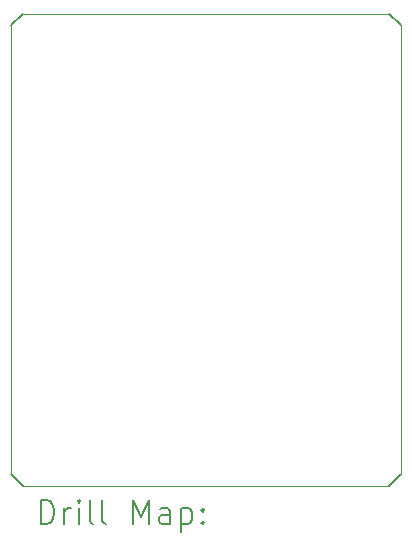
<source format=gbr>
%TF.GenerationSoftware,KiCad,Pcbnew,8.0.0*%
%TF.CreationDate,2024-05-28T16:54:52+09:00*%
%TF.ProjectId,TINY202_PROG.kicad_240516_single2_pcb,54494e59-3230-4325-9f50-524f472e6b69,rev?*%
%TF.SameCoordinates,Original*%
%TF.FileFunction,Drillmap*%
%TF.FilePolarity,Positive*%
%FSLAX45Y45*%
G04 Gerber Fmt 4.5, Leading zero omitted, Abs format (unit mm)*
G04 Created by KiCad (PCBNEW 8.0.0) date 2024-05-28 16:54:52*
%MOMM*%
%LPD*%
G01*
G04 APERTURE LIST*
%ADD10C,0.200000*%
%ADD11C,0.050000*%
G04 APERTURE END LIST*
D10*
X13200000Y-10000000D02*
X13300000Y-10100000D01*
X10000000Y-13900000D02*
X10100000Y-14000000D01*
D11*
X10100000Y-14000000D02*
X13200000Y-14000000D01*
X13300000Y-10100000D02*
X13300000Y-13900000D01*
X10100000Y-10000000D02*
X13200000Y-10000000D01*
D10*
X10000000Y-10100000D02*
X10100000Y-10000000D01*
D11*
X10000000Y-10100000D02*
X10000000Y-13900000D01*
D10*
X13300000Y-13900000D02*
X13200000Y-14000000D01*
X10250777Y-14321484D02*
X10250777Y-14121484D01*
X10250777Y-14121484D02*
X10298396Y-14121484D01*
X10298396Y-14121484D02*
X10326967Y-14131008D01*
X10326967Y-14131008D02*
X10346015Y-14150055D01*
X10346015Y-14150055D02*
X10355539Y-14169103D01*
X10355539Y-14169103D02*
X10365063Y-14207198D01*
X10365063Y-14207198D02*
X10365063Y-14235769D01*
X10365063Y-14235769D02*
X10355539Y-14273865D01*
X10355539Y-14273865D02*
X10346015Y-14292912D01*
X10346015Y-14292912D02*
X10326967Y-14311960D01*
X10326967Y-14311960D02*
X10298396Y-14321484D01*
X10298396Y-14321484D02*
X10250777Y-14321484D01*
X10450777Y-14321484D02*
X10450777Y-14188150D01*
X10450777Y-14226246D02*
X10460301Y-14207198D01*
X10460301Y-14207198D02*
X10469824Y-14197674D01*
X10469824Y-14197674D02*
X10488872Y-14188150D01*
X10488872Y-14188150D02*
X10507920Y-14188150D01*
X10574586Y-14321484D02*
X10574586Y-14188150D01*
X10574586Y-14121484D02*
X10565063Y-14131008D01*
X10565063Y-14131008D02*
X10574586Y-14140531D01*
X10574586Y-14140531D02*
X10584110Y-14131008D01*
X10584110Y-14131008D02*
X10574586Y-14121484D01*
X10574586Y-14121484D02*
X10574586Y-14140531D01*
X10698396Y-14321484D02*
X10679348Y-14311960D01*
X10679348Y-14311960D02*
X10669824Y-14292912D01*
X10669824Y-14292912D02*
X10669824Y-14121484D01*
X10803158Y-14321484D02*
X10784110Y-14311960D01*
X10784110Y-14311960D02*
X10774586Y-14292912D01*
X10774586Y-14292912D02*
X10774586Y-14121484D01*
X11031729Y-14321484D02*
X11031729Y-14121484D01*
X11031729Y-14121484D02*
X11098396Y-14264341D01*
X11098396Y-14264341D02*
X11165063Y-14121484D01*
X11165063Y-14121484D02*
X11165063Y-14321484D01*
X11346015Y-14321484D02*
X11346015Y-14216722D01*
X11346015Y-14216722D02*
X11336491Y-14197674D01*
X11336491Y-14197674D02*
X11317443Y-14188150D01*
X11317443Y-14188150D02*
X11279348Y-14188150D01*
X11279348Y-14188150D02*
X11260301Y-14197674D01*
X11346015Y-14311960D02*
X11326967Y-14321484D01*
X11326967Y-14321484D02*
X11279348Y-14321484D01*
X11279348Y-14321484D02*
X11260301Y-14311960D01*
X11260301Y-14311960D02*
X11250777Y-14292912D01*
X11250777Y-14292912D02*
X11250777Y-14273865D01*
X11250777Y-14273865D02*
X11260301Y-14254817D01*
X11260301Y-14254817D02*
X11279348Y-14245293D01*
X11279348Y-14245293D02*
X11326967Y-14245293D01*
X11326967Y-14245293D02*
X11346015Y-14235769D01*
X11441253Y-14188150D02*
X11441253Y-14388150D01*
X11441253Y-14197674D02*
X11460301Y-14188150D01*
X11460301Y-14188150D02*
X11498396Y-14188150D01*
X11498396Y-14188150D02*
X11517443Y-14197674D01*
X11517443Y-14197674D02*
X11526967Y-14207198D01*
X11526967Y-14207198D02*
X11536491Y-14226246D01*
X11536491Y-14226246D02*
X11536491Y-14283388D01*
X11536491Y-14283388D02*
X11526967Y-14302436D01*
X11526967Y-14302436D02*
X11517443Y-14311960D01*
X11517443Y-14311960D02*
X11498396Y-14321484D01*
X11498396Y-14321484D02*
X11460301Y-14321484D01*
X11460301Y-14321484D02*
X11441253Y-14311960D01*
X11622205Y-14302436D02*
X11631729Y-14311960D01*
X11631729Y-14311960D02*
X11622205Y-14321484D01*
X11622205Y-14321484D02*
X11612682Y-14311960D01*
X11612682Y-14311960D02*
X11622205Y-14302436D01*
X11622205Y-14302436D02*
X11622205Y-14321484D01*
X11622205Y-14197674D02*
X11631729Y-14207198D01*
X11631729Y-14207198D02*
X11622205Y-14216722D01*
X11622205Y-14216722D02*
X11612682Y-14207198D01*
X11612682Y-14207198D02*
X11622205Y-14197674D01*
X11622205Y-14197674D02*
X11622205Y-14216722D01*
M02*

</source>
